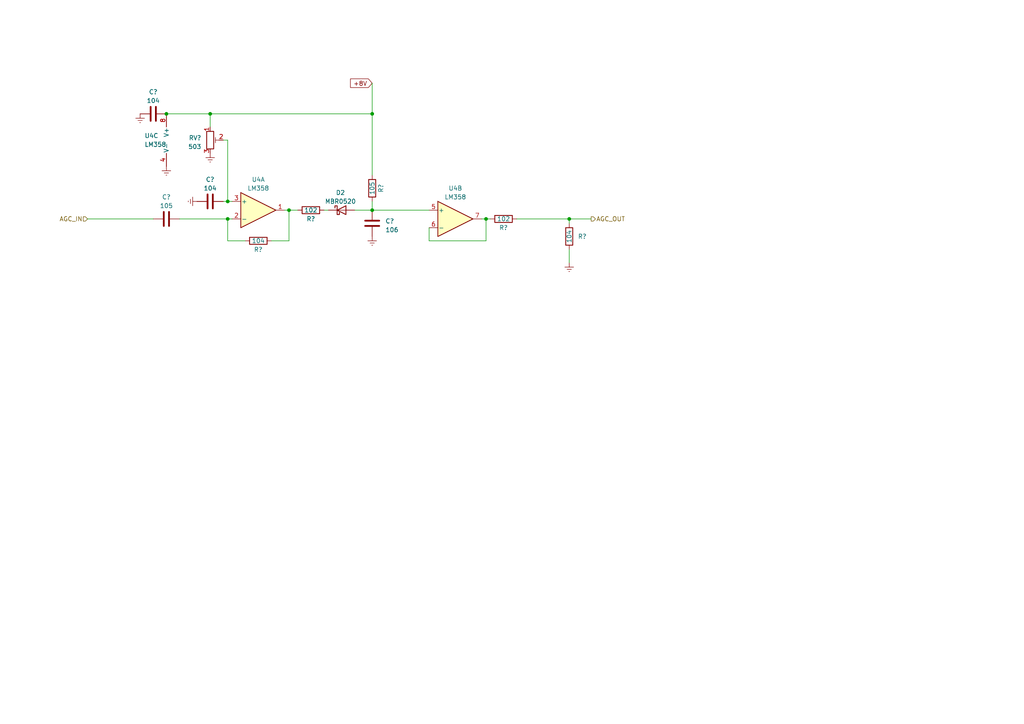
<source format=kicad_sch>
(kicad_sch (version 20230121) (generator eeschema)
  (paper "A4")
  (lib_symbols
    (symbol "Amplifier_Operational:LM358" (pin_names (offset 0.127))
      (property "Reference" "U" (at 0 5.08 0))
      (property "Value" "LM358" (at 0 -5.08 0))
      (symbol "LM358_1_1"
        (polyline (pts (xy -5.08 5.08) (xy 5.08 0) (xy -5.08 -5.08) (xy -5.08 5.08)) (stroke (width 0.254)) (fill (type background)))
        (pin output line (at 7.62 0 180) (length 2.54) (name "~") (number "1"))
        (pin input line (at -7.62 -2.54 0) (length 2.54) (name "-") (number "2"))
        (pin input line (at -7.62 2.54 0) (length 2.54) (name "+") (number "3"))
      )
      (symbol "LM358_2_1"
        (polyline (pts (xy -5.08 5.08) (xy 5.08 0) (xy -5.08 -5.08) (xy -5.08 5.08)) (stroke (width 0.254)) (fill (type background)))
        (pin input line (at -7.62 2.54 0) (length 2.54) (name "+") (number "5"))
        (pin input line (at -7.62 -2.54 0) (length 2.54) (name "-") (number "6"))
        (pin output line (at 7.62 0 180) (length 2.54) (name "~") (number "7"))
      )
      (symbol "LM358_3_1"
        (pin power_in line (at -2.54 -7.62 90) (length 3.81) (name "V-") (number "4"))
        (pin power_in line (at -2.54 7.62 270) (length 3.81) (name "V+") (number "8"))
      )
    )
    (symbol "Device:C" (pin_numbers hide) (pin_names (offset 0.254))
      (property "Reference" "C" (at 0.635 2.54 0))
      (property "Value" "C" (at 0.635 -2.54 0))
      (symbol "C_0_1"
        (polyline (pts (xy -2.032 -0.762) (xy 2.032 -0.762)) (stroke (width 0.508)))
        (polyline (pts (xy -2.032 0.762) (xy 2.032 0.762)) (stroke (width 0.508)))
      )
      (symbol "C_1_1"
        (pin passive line (at 0 3.81 270) (length 2.794) (name "~") (number "1"))
        (pin passive line (at 0 -3.81 90) (length 2.794) (name "~") (number "2"))
      )
    )
    (symbol "Device:R" (pin_numbers hide) (pin_names (offset 0))
      (property "Reference" "R" (at 2.032 0 90))
      (property "Value" "R" (at 0 0 90))
      (symbol "R_0_1"
        (rectangle (start -1.016 -2.54) (end 1.016 2.54) (stroke (width 0.254)))
      )
      (symbol "R_1_1"
        (pin passive line (at 0 3.81 270) (length 1.27) (name "~") (number "1"))
        (pin passive line (at 0 -3.81 90) (length 1.27) (name "~") (number "2"))
      )
    )
    (symbol "Device:R_Potentiometer_Trim" (pin_names (offset 1.016) hide)
      (property "Reference" "RV" (at -4.445 0 90))
      (property "Value" "R_Potentiometer_Trim" (at -2.54 0 90))
      (symbol "R_Potentiometer_Trim_0_1"
        (polyline (pts (xy 1.524 0.762) (xy 1.524 -0.762)))
        (polyline (pts (xy 2.54 0) (xy 1.524 0)))
        (rectangle (start 1.016 2.54) (end -1.016 -2.54) (stroke (width 0.254)))
      )
      (symbol "R_Potentiometer_Trim_1_1"
        (pin passive line (at 0 3.81 270) (length 1.27) (name "1") (number "1"))
        (pin passive line (at 3.81 0 180) (length 1.27) (name "2") (number "2"))
        (pin passive line (at 0 -3.81 90) (length 1.27) (name "3") (number "3"))
      )
    )
    (symbol "Diode:MBR0520" (pin_numbers hide) (pin_names (offset 1.016) hide)
      (property "Reference" "D" (at 0 2.54 0))
      (property "Value" "MBR0520" (at 0 -2.54 0))
      (symbol "MBR0520_0_1"
        (polyline (pts (xy 1.27 0) (xy -1.27 0)))
        (polyline (pts (xy 1.27 1.27) (xy 1.27 -1.27) (xy -1.27 0) (xy 1.27 1.27)) (stroke (width 0.254)))
        (polyline (pts (xy -1.905 0.635) (xy -1.905 1.27) (xy -1.27 1.27) (xy -1.27 -1.27) (xy -0.635 -1.27) (xy -0.635 -0.635)) (stroke (width 0.254)))
      )
      (symbol "MBR0520_1_1"
        (pin passive line (at -3.81 0 0) (length 2.54) (name "K") (number "1"))
        (pin passive line (at 3.81 0 180) (length 2.54) (name "A") (number "2"))
      )
    )
    (symbol "power:Earth" (power) (pin_names (offset 0))
      (symbol "Earth_0_1"
        (polyline (pts (xy -0.635 -1.905) (xy 0.635 -1.905)))
        (polyline (pts (xy -0.127 -2.54) (xy 0.127 -2.54)))
        (polyline (pts (xy 0 -1.27) (xy 0 0)))
        (polyline (pts (xy 1.27 -1.27) (xy -1.27 -1.27)))
      )
      (symbol "Earth_1_1"
        (pin power_in line (at 0 0 270) (length 0) hide (name "Earth") (number "1"))
      )
    )
  )
  (junction (at 165.1 63.5))
  (junction (at 140.97 63.5))
  (junction (at 66.04 58.42))
  (junction (at 60.96 33.02))
  (junction (at 107.95 60.96))
  (junction (at 48.26 33.02))
  (junction (at 66.04 63.5))
  (junction (at 107.95 33.02))
  (junction (at 83.82 60.96))
  (wire (pts (xy 83.82 60.96) (xy 82.55 60.96)))
  (wire (pts (xy 25.4 63.5) (xy 44.45 63.5)))
  (wire (pts (xy 124.46 66.04) (xy 124.46 69.85)))
  (wire (pts (xy 124.46 69.85) (xy 140.97 69.85)))
  (wire (pts (xy 107.95 50.8) (xy 107.95 33.02)))
  (wire (pts (xy 60.96 33.02) (xy 48.26 33.02)))
  (wire (pts (xy 165.1 72.39) (xy 165.1 76.2)))
  (wire (pts (xy 107.95 60.96) (xy 124.46 60.96)))
  (wire (pts (xy 102.87 60.96) (xy 107.95 60.96)))
  (wire (pts (xy 66.04 40.64) (xy 66.04 58.42)))
  (wire (pts (xy 66.04 69.85) (xy 66.04 63.5)))
  (wire (pts (xy 66.04 40.64) (xy 64.77 40.64)))
  (wire (pts (xy 140.97 63.5) (xy 139.7 63.5)))
  (wire (pts (xy 107.95 24.13) (xy 107.95 33.02)))
  (wire (pts (xy 66.04 58.42) (xy 64.77 58.42)))
  (wire (pts (xy 52.07 63.5) (xy 66.04 63.5)))
  (wire (pts (xy 66.04 63.5) (xy 67.31 63.5)))
  (wire (pts (xy 93.98 60.96) (xy 95.25 60.96)))
  (wire (pts (xy 83.82 60.96) (xy 86.36 60.96)))
  (wire (pts (xy 140.97 69.85) (xy 140.97 63.5)))
  (wire (pts (xy 107.95 60.96) (xy 107.95 58.42)))
  (wire (pts (xy 78.74 69.85) (xy 83.82 69.85)))
  (wire (pts (xy 71.12 69.85) (xy 66.04 69.85)))
  (wire (pts (xy 60.96 36.83) (xy 60.96 33.02)))
  (wire (pts (xy 149.86 63.5) (xy 165.1 63.5)))
  (wire (pts (xy 165.1 63.5) (xy 171.45 63.5)))
  (wire (pts (xy 83.82 69.85) (xy 83.82 60.96)))
  (wire (pts (xy 165.1 64.77) (xy 165.1 63.5)))
  (wire (pts (xy 140.97 63.5) (xy 142.24 63.5)))
  (wire (pts (xy 66.04 58.42) (xy 67.31 58.42)))
  (wire (pts (xy 107.95 33.02) (xy 60.96 33.02)))
  (global_label "+8V" (shape input) (at 107.95 24.13 180) (property "Intersheetrefs" "${INTERSHEET_REFS}" (effects hide)))
  (hierarchical_label "AGC_OUT" (shape output) (at 171.45 63.5 0))
  (hierarchical_label "AGC_IN" (shape input) (at 25.4 63.5 180))
  (symbol (lib_id "Device:C") (at 44.45 33.02 90) (unit 1)
    (property "Reference" "C?" (at 44.45 26.67 90))
    (property "Value" "104" (at 44.45 29.21 90))
    (property "Footprint" "Capacitor_SMD:C_0805_2012Metric" (effects hide))
    (instances (project "Mixers" (path "" (reference "C?") (unit 1)) (path "" (reference "C7") (unit 1)) (path "" (reference "C19") (unit 1)) (path "" (reference "C28") (unit 1))))
  )
  (symbol (lib_id "Diode:MBR0520") (at 99.06 60.96 0) (unit 1)
    (property "Reference" "D2" (at 98.7425 55.88 0))
    (property "Value" "MBR0520" (at 98.7425 58.42 0))
    (property "Footprint" "Diode_SMD:D_SOD-123" (effects hide))
    (property "Datasheet" "http://www.mccsemi.com/up_pdf/MBR0520~MBR0580(SOD123).pdf" (effects hide))
  )
  (symbol (lib_id "Device:C") (at 107.95 64.77 180) (unit 1)
    (property "Reference" "C?" (at 111.76 64.135 0) (effects (justify right)))
    (property "Value" "106" (at 111.76 66.675 0) (effects (justify right)))
    (property "Footprint" "Capacitor_SMD:C_0805_2012Metric" (effects hide))
    (instances (project "Mixers" (path "" (reference "C?") (unit 1)) (path "" (reference "C7") (unit 1)) (path "" (reference "C19") (unit 1)) (path "" (reference "C31") (unit 1))))
  )
  (symbol (lib_id "power:Earth") (at 57.15 58.42 270) (unit 1)
    (property "Reference" "#PWR?" (effects hide))
    (property "Value" "Earth" (effects hide))
    (instances (project "Mixers" (path "" (reference "#PWR?") (unit 1)) (path "" (reference "#PWR08") (unit 1)) (path "" (reference "#PWR044") (unit 1)) (path "" (reference "#PWR059") (unit 1))))
  )
  (symbol (lib_id "Device:R_Potentiometer_Trim") (at 60.96 40.64 0) (unit 1)
    (property "Reference" "RV?" (at 58.42 40.005 0) (effects (justify right)))
    (property "Value" "503" (at 58.42 42.545 0) (effects (justify right)))
    (property "Footprint" "Potentiometer_SMD:Potentiometer_Bourns_3224W_Vertical" (effects hide))
    (instances (project "Mixers" (path "" (reference "RV?") (unit 1)) (path "" (reference "RV1") (unit 1)) (path "" (reference "RV2") (unit 1)) (path "" (reference "RV2") (unit 1))))
  )
  (symbol (lib_id "Device:R") (at 146.05 63.5 90) (unit 1)
    (property "Reference" "R?" (at 146.05 66.04 90))
    (property "Value" "102" (at 146.05 63.5 90))
    (property "Footprint" "Capacitor_SMD:C_0805_2012Metric" (effects hide))
    (instances (project "Mixers" (path "" (reference "R?") (unit 1)) (path "" (reference "R2") (unit 1)) (path "" (reference "R4") (unit 1)) (path "" (reference "R12") (unit 1))))
  )
  (symbol (lib_id "power:Earth") (at 48.26 48.26 0) (unit 1)
    (property "Reference" "#PWR?" (effects hide))
    (property "Value" "Earth" (effects hide))
    (instances (project "Mixers" (path "" (reference "#PWR?") (unit 1)) (path "" (reference "#PWR08") (unit 1)) (path "" (reference "#PWR044") (unit 1)) (path "" (reference "#PWR058") (unit 1))))
  )
  (symbol (lib_id "power:Earth") (at 60.96 44.45 0) (unit 1)
    (property "Reference" "#PWR?" (effects hide))
    (property "Value" "Earth" (effects hide))
    (instances (project "Mixers" (path "" (reference "#PWR?") (unit 1)) (path "" (reference "#PWR08") (unit 1)) (path "" (reference "#PWR044") (unit 1)) (path "" (reference "#PWR060") (unit 1))))
  )
  (symbol (lib_id "Device:R") (at 90.17 60.96 90) (unit 1)
    (property "Reference" "R?" (at 90.17 63.5 90))
    (property "Value" "102" (at 90.17 60.96 90))
    (property "Footprint" "Capacitor_SMD:C_0805_2012Metric" (effects hide))
    (instances (project "Mixers" (path "" (reference "R?") (unit 1)) (path "" (reference "R2") (unit 1)) (path "" (reference "R4") (unit 1)) (path "" (reference "R10") (unit 1))))
  )
  (symbol (lib_id "Device:R") (at 165.1 68.58 180) (unit 1)
    (property "Reference" "R?" (at 170.18 68.58 0) (effects (justify left)))
    (property "Value" "104" (at 165.1 68.58 90))
    (property "Footprint" "Capacitor_SMD:C_0805_2012Metric" (effects hide))
    (instances (project "Mixers" (path "" (reference "R?") (unit 1)) (path "" (reference "R2") (unit 1)) (path "" (reference "R4") (unit 1)) (path "" (reference "R13") (unit 1))))
  )
  (symbol (lib_id "Device:R") (at 107.95 54.61 180) (unit 1)
    (property "Reference" "R?" (at 110.49 54.61 90))
    (property "Value" "105" (at 107.95 54.61 90))
    (property "Footprint" "Capacitor_SMD:C_0805_2012Metric" (effects hide))
    (instances (project "Mixers" (path "" (reference "R?") (unit 1)) (path "" (reference "R2") (unit 1)) (path "" (reference "R4") (unit 1)) (path "" (reference "R11") (unit 1))))
  )
  (symbol (lib_id "Device:C") (at 60.96 58.42 90) (unit 1)
    (property "Reference" "C?" (at 60.96 52.07 90))
    (property "Value" "104" (at 60.96 54.61 90))
    (property "Footprint" "Capacitor_SMD:C_0805_2012Metric" (effects hide))
    (instances (project "Mixers" (path "" (reference "C?") (unit 1)) (path "" (reference "C7") (unit 1)) (path "" (reference "C19") (unit 1)) (path "" (reference "C30") (unit 1))))
  )
  (symbol (lib_id "power:Earth") (at 165.1 76.2 0) (unit 1)
    (property "Reference" "#PWR?" (effects hide))
    (property "Value" "Earth" (effects hide))
    (instances (project "Mixers" (path "" (reference "#PWR?") (unit 1)) (path "" (reference "#PWR08") (unit 1)) (path "" (reference "#PWR044") (unit 1)) (path "" (reference "#PWR062") (unit 1))))
  )
  (symbol (lib_id "power:Earth") (at 40.64 33.02 0) (unit 1)
    (property "Reference" "#PWR?" (effects hide))
    (property "Value" "Earth" (effects hide))
    (instances (project "Mixers" (path "" (reference "#PWR?") (unit 1)) (path "" (reference "#PWR08") (unit 1)) (path "" (reference "#PWR044") (unit 1)) (path "" (reference "#PWR057") (unit 1))))
  )
  (symbol (lib_id "Device:C") (at 48.26 63.5 90) (unit 1)
    (property "Reference" "C?" (at 48.26 57.15 90))
    (property "Value" "105" (at 48.26 59.69 90))
    (property "Footprint" "Capacitor_SMD:C_0805_2012Metric" (effects hide))
    (instances (project "Mixers" (path "" (reference "C?") (unit 1)) (path "" (reference "C7") (unit 1)) (path "" (reference "C19") (unit 1)) (path "" (reference "C29") (unit 1))))
  )
  (symbol (lib_id "Device:R") (at 74.93 69.85 90) (unit 1)
    (property "Reference" "R?" (at 76.2 72.39 90) (effects (justify left)))
    (property "Value" "104" (at 74.93 69.85 90))
    (property "Footprint" "Capacitor_SMD:C_0805_2012Metric" (effects hide))
    (instances (project "Mixers" (path "" (reference "R?") (unit 1)) (path "" (reference "R2") (unit 1)) (path "" (reference "R4") (unit 1)) (path "" (reference "R9") (unit 1))))
  )
  (symbol (lib_id "power:Earth") (at 107.95 68.58 0) (unit 1)
    (property "Reference" "#PWR?" (effects hide))
    (property "Value" "Earth" (effects hide))
    (instances (project "Mixers" (path "" (reference "#PWR?") (unit 1)) (path "" (reference "#PWR08") (unit 1)) (path "" (reference "#PWR044") (unit 1)) (path "" (reference "#PWR061") (unit 1))))
  )
  (symbol (lib_id "Amplifier_Operational:LM358") (at 132.08 63.5 0) (unit 2)
    (property "Reference" "U4" (at 132.08 54.61 0))
    (property "Value" "LM358" (at 132.08 57.15 0))
    (property "Footprint" "Package_SO:SO-8_3.9x4.9mm_P1.27mm" (effects hide))
    (property "Datasheet" "http://www.ti.com/lit/ds/symlink/lm2904-n.pdf" (effects hide))
  )
  (symbol (lib_id "Amplifier_Operational:LM358") (at 50.8 40.64 0) (unit 3)
    (property "Reference" "U4" (at 41.91 39.37 0) (effects (justify left)))
    (property "Value" "LM358" (at 41.91 41.91 0) (effects (justify left)))
    (property "Footprint" "Package_SO:SO-8_3.9x4.9mm_P1.27mm" (effects hide))
    (property "Datasheet" "http://www.ti.com/lit/ds/symlink/lm2904-n.pdf" (effects hide))
  )
  (symbol (lib_id "Amplifier_Operational:LM358") (at 74.93 60.96 0) (unit 1)
    (property "Reference" "U4" (at 74.93 52.07 0))
    (property "Value" "LM358" (at 74.93 54.61 0))
    (property "Footprint" "Package_SO:SO-8_3.9x4.9mm_P1.27mm" (effects hide))
    (property "Datasheet" "http://www.ti.com/lit/ds/symlink/lm2904-n.pdf" (effects hide))
  )
)
</source>
